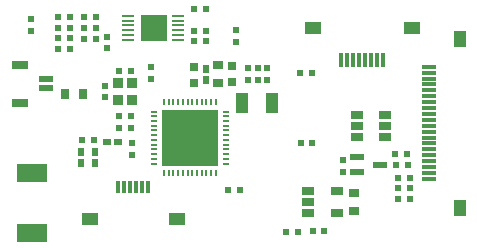
<source format=gbp>
G04 Layer_Color=128*
%FSLAX43Y43*%
%MOMM*%
G71*
G01*
G75*
%ADD13R,0.600X0.500*%
%ADD14R,0.900X0.700*%
%ADD18R,0.700X0.900*%
%ADD19R,0.500X0.600*%
%ADD51R,1.400X0.800*%
%ADD52R,1.300X0.500*%
%ADD53R,1.000X1.400*%
%ADD54R,1.200X0.300*%
%ADD55R,1.400X1.000*%
%ADD56R,0.300X1.200*%
%ADD57R,0.300X1.000*%
%ADD58R,2.600X1.500*%
%ADD59R,0.500X0.650*%
%ADD60O,0.650X0.200*%
%ADD61O,0.200X0.650*%
%ADD62R,4.700X4.700*%
%ADD63R,1.000X1.800*%
%ADD64R,0.650X0.500*%
%ADD65R,0.800X0.750*%
%ADD66R,1.100X0.650*%
%ADD67R,1.200X0.500*%
%ADD68R,1.100X0.200*%
%ADD69O,1.100X0.200*%
%ADD70R,2.300X2.300*%
%ADD71R,0.850X0.950*%
D13*
X6550Y9483D02*
D03*
X7550D02*
D03*
X6700Y19000D02*
D03*
X7700D02*
D03*
X4500Y17192D02*
D03*
X5500D02*
D03*
X4506Y19000D02*
D03*
X5506D02*
D03*
X4500Y18100D02*
D03*
X5500D02*
D03*
X5500Y19900D02*
D03*
X4500D02*
D03*
X23800Y1700D02*
D03*
X24800D02*
D03*
X33300Y4518D02*
D03*
X34300D02*
D03*
X33300Y6265D02*
D03*
X34300D02*
D03*
X33082Y8288D02*
D03*
X34082D02*
D03*
X17000Y20600D02*
D03*
X16000D02*
D03*
X16000Y17893D02*
D03*
X17000D02*
D03*
X7700Y19900D02*
D03*
X6700D02*
D03*
X18900Y5272D02*
D03*
X19900D02*
D03*
X9700Y10500D02*
D03*
X10700D02*
D03*
X10689Y11500D02*
D03*
X9689D02*
D03*
X10689Y15357D02*
D03*
X9689D02*
D03*
X26070Y1810D02*
D03*
X27070D02*
D03*
X33300Y5400D02*
D03*
X34300D02*
D03*
X33100Y7398D02*
D03*
X34100D02*
D03*
X17000Y18755D02*
D03*
X16000D02*
D03*
X6700Y18069D02*
D03*
X7700D02*
D03*
X25040Y9250D02*
D03*
X26040D02*
D03*
X25000Y15184D02*
D03*
X26000D02*
D03*
D14*
X29600Y4983D02*
D03*
Y3483D02*
D03*
X18050Y14357D02*
D03*
Y15857D02*
D03*
D18*
X6590Y13400D02*
D03*
X5090D02*
D03*
D19*
X2200Y19700D02*
D03*
Y18700D02*
D03*
X28620Y7758D02*
D03*
Y6758D02*
D03*
X19581Y17800D02*
D03*
Y18800D02*
D03*
X10800Y8228D02*
D03*
Y9228D02*
D03*
X12400Y14700D02*
D03*
Y15700D02*
D03*
X22180Y14607D02*
D03*
Y15607D02*
D03*
X8500Y13100D02*
D03*
Y14100D02*
D03*
X20600Y14600D02*
D03*
Y15600D02*
D03*
X21400Y14607D02*
D03*
Y15607D02*
D03*
X8664Y18242D02*
D03*
Y17242D02*
D03*
D51*
X1260Y15864D02*
D03*
Y12664D02*
D03*
D52*
X3510Y13864D02*
D03*
Y14664D02*
D03*
D53*
X38550Y18050D02*
D03*
Y3750D02*
D03*
D54*
X35900Y6200D02*
D03*
Y6700D02*
D03*
Y7200D02*
D03*
Y7700D02*
D03*
Y8200D02*
D03*
Y8700D02*
D03*
Y9200D02*
D03*
Y9700D02*
D03*
Y10200D02*
D03*
Y10700D02*
D03*
Y11200D02*
D03*
Y11700D02*
D03*
Y12200D02*
D03*
Y12700D02*
D03*
Y13200D02*
D03*
Y13700D02*
D03*
Y14200D02*
D03*
Y14700D02*
D03*
Y15200D02*
D03*
Y15700D02*
D03*
D55*
X26100Y18957D02*
D03*
X34450D02*
D03*
X7200Y2779D02*
D03*
X14550Y2829D02*
D03*
D56*
X28500Y16307D02*
D03*
X29000D02*
D03*
X29500D02*
D03*
X30000D02*
D03*
X30500D02*
D03*
X31000D02*
D03*
X31500D02*
D03*
X32000D02*
D03*
D57*
X9600Y5529D02*
D03*
X12100D02*
D03*
X11600D02*
D03*
X10100D02*
D03*
X11100D02*
D03*
X10600D02*
D03*
D58*
X2340Y6700D02*
D03*
Y1600D02*
D03*
D59*
X6422Y7558D02*
D03*
X6422Y8508D02*
D03*
X7600Y7525D02*
D03*
X7600Y8475D02*
D03*
X17005Y15530D02*
D03*
X17005Y14580D02*
D03*
D60*
X18700Y11900D02*
D03*
Y11500D02*
D03*
Y11100D02*
D03*
Y10700D02*
D03*
Y10300D02*
D03*
Y9900D02*
D03*
Y9500D02*
D03*
Y9100D02*
D03*
Y8700D02*
D03*
Y8300D02*
D03*
Y7900D02*
D03*
Y7500D02*
D03*
X12650D02*
D03*
Y7900D02*
D03*
Y8300D02*
D03*
Y8700D02*
D03*
Y9100D02*
D03*
Y9500D02*
D03*
Y9900D02*
D03*
Y10300D02*
D03*
Y10700D02*
D03*
Y11100D02*
D03*
Y11500D02*
D03*
Y11900D02*
D03*
D61*
X17875Y6675D02*
D03*
X17475D02*
D03*
X17075D02*
D03*
X16675D02*
D03*
X16275D02*
D03*
X15875D02*
D03*
X15475D02*
D03*
X15075D02*
D03*
X14675D02*
D03*
X14275D02*
D03*
X13875D02*
D03*
X13475D02*
D03*
Y12725D02*
D03*
X13875D02*
D03*
X14275D02*
D03*
X14675D02*
D03*
X15075D02*
D03*
X15475D02*
D03*
X15875D02*
D03*
X16275D02*
D03*
X16675D02*
D03*
X17075D02*
D03*
X17475D02*
D03*
X17875D02*
D03*
D62*
X15675Y9700D02*
D03*
D63*
X22596Y12608D02*
D03*
X20096D02*
D03*
D64*
X8635Y9297D02*
D03*
X9585Y9297D02*
D03*
D65*
X19215Y14432D02*
D03*
Y15782D02*
D03*
X16000Y15643D02*
D03*
Y14293D02*
D03*
D66*
X32200Y9750D02*
D03*
Y10700D02*
D03*
Y11650D02*
D03*
X29800D02*
D03*
Y10700D02*
D03*
Y9750D02*
D03*
X25700Y3292D02*
D03*
Y4241D02*
D03*
Y5192D02*
D03*
X28100D02*
D03*
Y3292D02*
D03*
D67*
X29850Y6750D02*
D03*
Y8050D02*
D03*
X31750Y7400D02*
D03*
D68*
X14700Y20000D02*
D03*
D69*
Y19600D02*
D03*
Y19200D02*
D03*
Y18800D02*
D03*
Y18400D02*
D03*
Y18000D02*
D03*
X10450Y20000D02*
D03*
Y19600D02*
D03*
Y19200D02*
D03*
Y18800D02*
D03*
Y18400D02*
D03*
Y18000D02*
D03*
D70*
X12600Y19000D02*
D03*
D71*
X10757Y12840D02*
D03*
X9607D02*
D03*
Y14290D02*
D03*
X10757D02*
D03*
M02*

</source>
